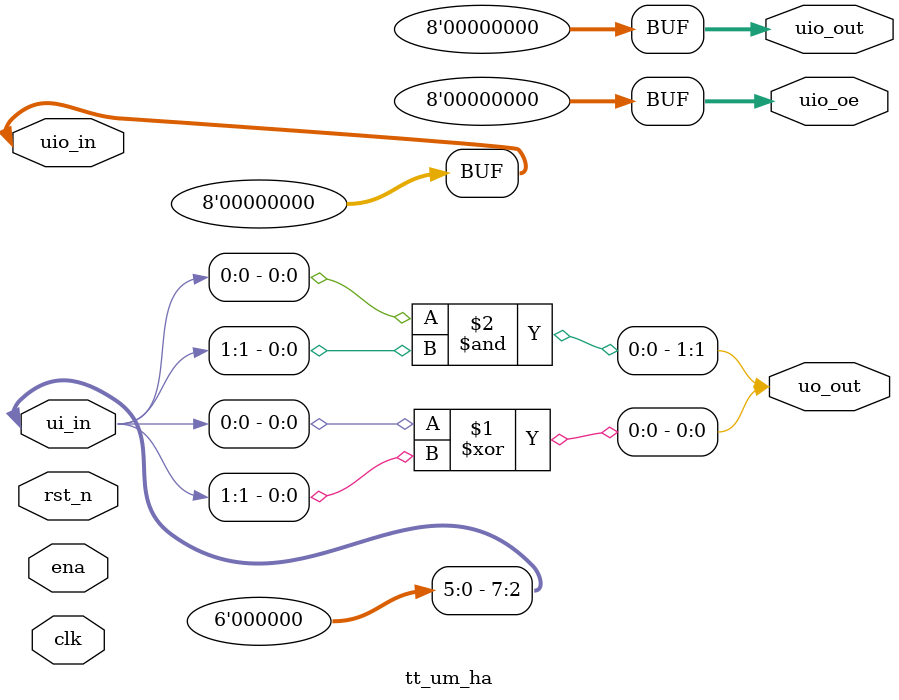
<source format=v>
/*
 * Copyright (c) 2024 Your Name
 * SPDX-License-Identifier: Apache-2.0
 */

`define default_netname none

module tt_um_ha (
    input  wire [7:0] ui_in,    // Dedicated inputs
    output wire [7:0] uo_out,   // Dedicated outputs
    input  wire [7:0] uio_in,   // IOs: Input path
    output wire [7:0] uio_out,  // IOs: Output path
    output wire [7:0] uio_oe,   // IOs: Enable path (active high: 0=input, 1=output)
    input  wire       ena,      // will go high when the design is enabled
    input  wire       clk,      // clock
    input  wire       rst_n     // reset_n - low to reset
);

  // All output pins must be assigned. If not used, assign to 0.
  // assign uo_out  = ui_in + uio_in;  // Example: ou_out is the sum of ui_in and uio_in
    assign ui_in[7:2]=6'b000000;
    assign ui_out[7:2]=6'b000000;
  assign uio_in = 0;
  assign uio_out  = 0;
    assign uio_oe = 0;
    assign uo_out[0]= ui_in[0] ^ ui_in[1]; // assigning sum
    assign uo_out[1] = ui_in[0] & ui_in[1]; // assigning carry
endmodule

</source>
